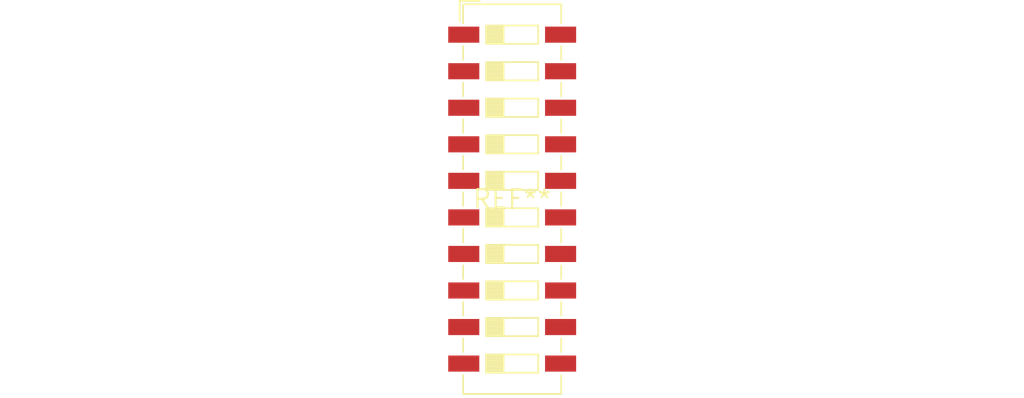
<source format=kicad_pcb>
(kicad_pcb (version 20240108) (generator pcbnew)
  (layers (0 "F.Cu" signal) (31 "B.Cu" signal) (34 "B.Paste" user) (35 "F.Paste" user) (36 "B.SilkS" user "B.Silkscreen") (37 "F.SilkS" user "F.Silkscreen") (38 "B.Mask" user) (39 "F.Mask" user) (44 "Edge.Cuts" user))
  (net 0 "")
  (footprint "SW_DIP_SPSTx10_Slide_6.7x26.96mm_W6.73mm_P2.54mm_LowProfile_JPin" (layer "F.Cu") (at 0 0)
    (property "Reference" "REF**")
    (property "Value" "SW_DIP_SPSTx10_Slide_6.7x26.96mm_W6.73mm_P2.54mm_LowProfile_JPin")
    (fp_line (start -3.65 -13.78) (end -3.65 -12.397) (layer "F.SilkS") (stroke (width 0.12)))
    (fp_line (start -3.65 -13.78) (end -2.267 -13.78) (layer "F.SilkS") (stroke (width 0.12)))
    (fp_line (start -3.41 -13.54) (end -3.41 -12.23) (layer "F.SilkS") (stroke (width 0.12)))
    (fp_line (start -3.41 -13.54) (end 3.41 -13.54) (layer "F.SilkS") (stroke (width 0.12)))
    (fp_line (start -3.41 -10.63) (end -3.41 -9.69) (layer "F.SilkS") (stroke (width 0.12)))
    (fp_line (start -3.41 -8.09) (end -3.41 -7.15) (layer "F.SilkS") (stroke (width 0.12)))
    (fp_line (start -3.41 -5.55) (end -3.41 -4.61) (layer "F.SilkS") (stroke (width 0.12)))
    (fp_line (start -3.41 -3.01) (end -3.41 -2.07) (layer "F.SilkS") (stroke (width 0.12)))
    (fp_line (start -3.41 -0.47) (end -3.41 0.47) (layer "F.SilkS") (stroke (width 0.12)))
    (fp_line (start -3.41 2.07) (end -3.41 3.01) (layer "F.SilkS") (stroke (width 0.12)))
    (fp_line (start -3.41 4.61) (end -3.41 5.55) (layer "F.SilkS") (stroke (width 0.12)))
    (fp_line (start -3.41 7.15) (end -3.41 8.09) (layer "F.SilkS") (stroke (width 0.12)))
    (fp_line (start -3.41 9.69) (end -3.41 10.63) (layer "F.SilkS") (stroke (width 0.12)))
    (fp_line (start -3.41 12.23) (end -3.41 13.541) (layer "F.SilkS") (stroke (width 0.12)))
    (fp_line (start -3.41 13.541) (end 3.41 13.541) (layer "F.SilkS") (stroke (width 0.12)))
    (fp_line (start -1.81 -12.065) (end -1.81 -10.795) (layer "F.SilkS") (stroke (width 0.12)))
    (fp_line (start -1.81 -11.945) (end -0.603333 -11.945) (layer "F.SilkS") (stroke (width 0.12)))
    (fp_line (start -1.81 -11.825) (end -0.603333 -11.825) (layer "F.SilkS") (stroke (width 0.12)))
    (fp_line (start -1.81 -11.705) (end -0.603333 -11.705) (layer "F.SilkS") (stroke (width 0.12)))
    (fp_line (start -1.81 -11.585) (end -0.603333 -11.585) (layer "F.SilkS") (stroke (width 0.12)))
    (fp_line (start -1.81 -11.465) (end -0.603333 -11.465) (layer "F.SilkS") (stroke (width 0.12)))
    (fp_line (start -1.81 -11.345) (end -0.603333 -11.345) (layer "F.SilkS") (stroke (width 0.12)))
    (fp_line (start -1.81 -11.225) (end -0.603333 -11.225) (layer "F.SilkS") (stroke (width 0.12)))
    (fp_line (start -1.81 -11.105) (end -0.603333 -11.105) (layer "F.SilkS") (stroke (width 0.12)))
    (fp_line (start -1.81 -10.985) (end -0.603333 -10.985) (layer "F.SilkS") (stroke (width 0.12)))
    (fp_line (start -1.81 -10.865) (end -0.603333 -10.865) (layer "F.SilkS") (stroke (width 0.12)))
    (fp_line (start -1.81 -10.795) (end 1.81 -10.795) (layer "F.SilkS") (stroke (width 0.12)))
    (fp_line (start -1.81 -9.525) (end -1.81 -8.255) (layer "F.SilkS") (stroke (width 0.12)))
    (fp_line (start -1.81 -9.405) (end -0.603333 -9.405) (layer "F.SilkS") (stroke (width 0.12)))
    (fp_line (start -1.81 -9.285) (end -0.603333 -9.285) (layer "F.SilkS") (stroke (width 0.12)))
    (fp_line (start -1.81 -9.165) (end -0.603333 -9.165) (layer "F.SilkS") (stroke (width 0.12)))
    (fp_line (start -1.81 -9.045) (end -0.603333 -9.045) (layer "F.SilkS") (stroke (width 0.12)))
    (fp_line (start -1.81 -8.925) (end -0.603333 -8.925) (layer "F.SilkS") (stroke (width 0.12)))
    (fp_line (start -1.81 -8.805) (end -0.603333 -8.805) (layer "F.SilkS") (stroke (width 0.12)))
    (fp_line (start -1.81 -8.685) (end -0.603333 -8.685) (layer "F.SilkS") (stroke (width 0.12)))
    (fp_line (start -1.81 -8.565) (end -0.603333 -8.565) (layer "F.SilkS") (stroke (width 0.12)))
    (fp_line (start -1.81 -8.445) (end -0.603333 -8.445) (layer "F.SilkS") (stroke (width 0.12)))
    (fp_line (start -1.81 -8.325) (end -0.603333 -8.325) (layer "F.SilkS") (stroke (width 0.12)))
    (fp_line (start -1.81 -8.255) (end 1.81 -8.255) (layer "F.SilkS") (stroke (width 0.12)))
    (fp_line (start -1.81 -6.985) (end -1.81 -5.715) (layer "F.SilkS") (stroke (width 0.12)))
    (fp_line (start -1.81 -6.865) (end -0.603333 -6.865) (layer "F.SilkS") (stroke (width 0.12)))
    (fp_line (start -1.81 -6.745) (end -0.603333 -6.745) (layer "F.SilkS") (stroke (width 0.12)))
    (fp_line (start -1.81 -6.625) (end -0.603333 -6.625) (layer "F.SilkS") (stroke (width 0.12)))
    (fp_line (start -1.81 -6.505) (end -0.603333 -6.505) (layer "F.SilkS") (stroke (width 0.12)))
    (fp_line (start -1.81 -6.385) (end -0.603333 -6.385) (layer "F.SilkS") (stroke (width 0.12)))
    (fp_line (start -1.81 -6.265) (end -0.603333 -6.265) (layer "F.SilkS") (stroke (width 0.12)))
    (fp_line (start -1.81 -6.145) (end -0.603333 -6.145) (layer "F.SilkS") (stroke (width 0.12)))
    (fp_line (start -1.81 -6.025) (end -0.603333 -6.025) (layer "F.SilkS") (stroke (width 0.12)))
    (fp_line (start -1.81 -5.905) (end -0.603333 -5.905) (layer "F.SilkS") (stroke (width 0.12)))
    (fp_line (start -1.81 -5.785) (end -0.603333 -5.785) (layer "F.SilkS") (stroke (width 0.12)))
    (fp_line (start -1.81 -5.715) (end 1.81 -5.715) (layer "F.SilkS") (stroke (width 0.12)))
    (fp_line (start -1.81 -4.445) (end -1.81 -3.175) (layer "F.SilkS") (stroke (width 0.12)))
    (fp_line (start -1.81 -4.325) (end -0.603333 -4.325) (layer "F.SilkS") (stroke (width 0.12)))
    (fp_line (start -1.81 -4.205) (end -0.603333 -4.205) (layer "F.SilkS") (stroke (width 0.12)))
    (fp_line (start -1.81 -4.085) (end -0.603333 -4.085) (layer "F.SilkS") (stroke (width 0.12)))
    (fp_line (start -1.81 -3.965) (end -0.603333 -3.965) (layer "F.SilkS") (stroke (width 0.12)))
    (fp_line (start -1.81 -3.845) (end -0.603333 -3.845) (layer "F.SilkS") (stroke (width 0.12)))
    (fp_line (start -1.81 -3.725) (end -0.603333 -3.725) (layer "F.SilkS") (stroke (width 0.12)))
    (fp_line (start -1.81 -3.605) (end -0.603333 -3.605) (layer "F.SilkS") (stroke (width 0.12)))
    (fp_line (start -1.81 -3.485) (end -0.603333 -3.485) (layer "F.SilkS") (stroke (width 0.12)))
    (fp_line (start -1.81 -3.365) (end -0.603333 -3.365) (layer "F.SilkS") (stroke (width 0.12)))
    (fp_line (start -1.81 -3.245) (end -0.603333 -3.245) (layer "F.SilkS") (stroke (width 0.12)))
    (fp_line (start -1.81 -3.175) (end 1.81 -3.175) (layer "F.SilkS") (stroke (width 0.12)))
    (fp_line (start -1.81 -1.905) (end -1.81 -0.635) (layer "F.SilkS") (stroke (width 0.12)))
    (fp_line (start -1.81 -1.785) (end -0.603333 -1.785) (layer "F.SilkS") (stroke (width 0.12)))
    (fp_line (start -1.81 -1.665) (end -0.603333 -1.665) (layer "F.SilkS") (stroke (width 0.12)))
    (fp_line (start -1.81 -1.545) (end -0.603333 -1.545) (layer "F.SilkS") (stroke (width 0.12)))
    (fp_line (start -1.81 -1.425) (end -0.603333 -1.425) (layer "F.SilkS") (stroke (width 0.12)))
    (fp_line (start -1.81 -1.305) (end -0.603333 -1.305) (layer "F.SilkS") (stroke (width 0.12)))
    (fp_line (start -1.81 -1.185) (end -0.603333 -1.185) (layer "F.SilkS") (stroke (width 0.12)))
    (fp_line (start -1.81 -1.065) (end -0.603333 -1.065) (layer "F.SilkS") (stroke (width 0.12)))
    (fp_line (start -1.81 -0.945) (end -0.603333 -0.945) (layer "F.SilkS") (stroke (width 0.12)))
    (fp_line (start -1.81 -0.825) (end -0.603333 -0.825) (layer "F.SilkS") (stroke (width 0.12)))
    (fp_line (start -1.81 -0.705) (end -0.603333 -0.705) (layer "F.SilkS") (stroke (width 0.12)))
    (fp_line (start -1.81 -0.635) (end 1.81 -0.635) (layer "F.SilkS") (stroke (width 0.12)))
    (fp_line (start -1.81 0.635) (end -1.81 1.905) (layer "F.SilkS") (stroke (width 0.12)))
    (fp_line (start -1.81 0.755) (end -0.603333 0.755) (layer "F.SilkS") (stroke (width 0.12)))
    (fp_line (start -1.81 0.875) (end -0.603333 0.875) (layer "F.SilkS") (stroke (width 0.12)))
    (fp_line (start -1.81 0.995) (end -0.603333 0.995) (layer "F.SilkS") (stroke (width 0.12)))
    (fp_line (start -1.81 1.115) (end -0.603333 1.115) (layer "F.SilkS") (stroke (width 0.12)))
    (fp_line (start -1.81 1.235) (end -0.603333 1.235) (layer "F.SilkS") (stroke (width 0.12)))
    (fp_line (start -1.81 1.355) (end -0.603333 1.355) (layer "F.SilkS") (stroke (width 0.12)))
    (fp_line (start -1.81 1.475) (end -0.603333 1.475) (layer "F.SilkS") (stroke (width 0.12)))
    (fp_line (start -1.81 1.595) (end -0.603333 1.595) (layer "F.SilkS") (stroke (width 0.12)))
    (fp_line (start -1.81 1.715) (end -0.603333 1.715) (layer "F.SilkS") (stroke (width 0.12)))
    (fp_line (start -1.81 1.835) (end -0.603333 1.835) (layer "F.SilkS") (stroke (width 0.12)))
    (fp_line (start -1.81 1.905) (end 1.81 1.905) (layer "F.SilkS") (stroke (width 0.12)))
    (fp_line (start -1.81 3.175) (end -1.81 4.445) (layer "F.SilkS") (stroke (width 0.12)))
    (fp_line (start -1.81 3.295) (end -0.603333 3.295) (layer "F.SilkS") (stroke (width 0.12)))
    (fp_line (start -1.81 3.415) (end -0.603333 3.415) (layer "F.SilkS") (stroke (width 0.12)))
    (fp_line (start -1.81 3.535) (end -0.603333 3.535) (layer "F.SilkS") (stroke (width 0.12)))
    (fp_line (start -1.81 3.655) (end -0.603333 3.655) (layer "F.SilkS") (stroke (width 0.12)))
    (fp_line (start -1.81 3.775) (end -0.603333 3.775) (layer "F.SilkS") (stroke (width 0.12)))
    (fp_line (start -1.81 3.895) (end -0.603333 3.895) (layer "F.SilkS") (stroke (width 0.12)))
    (fp_line (start -1.81 4.015) (end -0.603333 4.015) (layer "F.SilkS") (stroke (width 0.12)))
    (fp_line (start -1.81 4.135) (end -0.603333 4.135) (layer "F.SilkS") (stroke (width 0.12)))
    (fp_line (start -1.81 4.255) (end -0.603333 4.255) (layer "F.SilkS") (stroke (width 0.12)))
    (fp_line (start -1.81 4.375) (end -0.603333 4.375) (layer "F.SilkS") (stroke (width 0.12)))
    (fp_line (start -1.81 4.445) (end 1.81 4.445) (layer "F.SilkS") (stroke (width 0.12)))
    (fp_line (start -1.81 5.715) (end -1.81 6.985) (layer "F.SilkS") (stroke (width 0.12)))
    (fp_line (start -1.81 5.835) (end -0.603333 5.835) (layer "F.SilkS") (stroke (width 0.12)))
    (fp_line (start -1.81 5.955) (end -0.603333 5.955) (layer "F.SilkS") (stroke (width 0.12)))
    (fp_line (start -1.81 6.075) (end -0.603333 6.075) (layer "F.SilkS") (stroke (width 0.12)))
    (fp_line (start -1.81 6.195) (end -0.603333 6.195) (layer "F.SilkS") (stroke (width 0.12)))
    (fp_line (start -1.81 6.315) (end -0.603333 6.315) (layer "F.SilkS") (stroke (width 0.12)))
    (fp_line (start -1.81 6.435) (end -0.603333 6.435) (layer "F.SilkS") (stroke (width 0.12)))
    (fp_line (start -1.81 6.555) (end -0.603333 6.555) (layer "F.SilkS") (stroke (width 0.12)))
    (fp_line (start -1.81 6.675) (end -0.603333 6.675) (layer "F.SilkS") (stroke (width 0.12)))
    (fp_line (start -1.81 6.795) (end -0.603333 6.795) (layer "F.SilkS") (stroke (width 0.12)))
    (fp_line (start -1.81 6.915) (end -0.603333 6.915) (layer "F.SilkS") (stroke (width 0.12)))
    (fp_line (start -1.81 6.985) (end 1.81 6.985) (layer "F.SilkS") (stroke (width 0.12)))
    (fp_line (start -1.81 8.255) (end -1.81 9.525) (layer "F.SilkS") (stroke (width 0.12)))
    (fp_line (start -1.81 8.375) (end -0.603333 8.375) (layer "F.SilkS") (stroke (width 0.12)))
    (fp_line (start -1.81 8.495) (end -0.603333 8.495) (layer "F.SilkS") (stroke (width 0.12)))
    (fp_line (start -1.81 8.615) (end -0.603333 8.615) (layer "F.SilkS") (stroke (width 0.12)))
    (fp_line (start -1.81 8.735) (end -0.603333 8.735) (layer "F.SilkS") (stroke (width 0.12)))
    (fp_line (start -1.81 8.855) (end -0.603333 8.855) (layer "F.SilkS") (stroke (width 0.12)))
    (fp_line (start -1.81 8.975) (end -0.603333 8.975) (layer "F.SilkS") (stroke (width 0.12)))
    (fp_line (start -1.81 9.095) (end -0.603333 9.095) (layer "F.SilkS") (stroke (width 0.12)))
    (fp_line (start -1.81 9.215) (end -0.603333 9.215) (layer "F.SilkS") (stroke (width 0.12)))
    (fp_line (start -1.81 9.335) (end -0.603333 9.335) (layer "F.SilkS") (stroke (width 0.12)))
    (fp_line (start -1.81 9.455) (end -0.603333 9.455) (layer "F.SilkS") (stroke (width 0.12)))
    (fp_line (start -1.81 9.525) (end 1.81 9.525) (layer "F.SilkS") (stroke (width 0.12)))
    (fp_line (start -1.81 10.795) (end -1.81 12.065) (layer "F.SilkS") (stroke (width 0.12)))
    (fp_line (start -1.81 10.915) (end -0.603333 10.915) (layer "F.SilkS") (stroke (width 0.12)))
    (fp_line (start -1.81 11.035) (end -0.603333 11.035) (layer "F.SilkS") (stroke (width 0.12)))
    (fp_line (start -1.81 11.155) (end -0.603333 11.155) (layer "F.SilkS") (stroke (width 0.12)))
    (fp_line (start -1.81 11.275) (end -0.603333 11.275) (layer "F.SilkS") (stroke (width 0.12)))
    (fp_line (start -1.81 11.395) (end -0.603333 11.395) (layer "F.SilkS") (stroke (width 0.12)))
    (fp_line (start -1.81 11.515) (end -0.603333 11.515) (layer "F.SilkS") (stroke (width 0.12)))
    (fp_line (start -1.81 11.635) (end -0.603333 11.635) (layer "F.SilkS") (stroke (width 0.12)))
    (fp_line (start -1.81 11.755) (end -0.603333 11.755) (layer "F.SilkS") (stroke (width 0.12)))
    (fp_line (start -1.81 11.875) (end -0.603333 11.875) (layer "F.SilkS") (stroke (width 0.12)))
    (fp_line (start -1.81 11.995) (end -0.603333 11.995) (layer "F.SilkS") (stroke (width 0.12)))
    (fp_line (start -1.81 12.065) (end 1.81 12.065) (layer "F.SilkS") (stroke (width 0.12)))
    (fp_line (start -0.603333 -12.065) (end -0.603333 -10.795) (layer "F.SilkS") (stroke (width 0.12)))
    (fp_line (start -0.603333 -9.525) (end -0.603333 -8.255) (layer "F.SilkS") (stroke (width 0.12)))
    (fp_line (start -0.603333 -6.985) (end -0.603333 -5.715) (layer "F.SilkS") (stroke (width 0.12)))
    (fp_line (start -0.603333 -4.445) (end -0.603333 -3.175) (layer "F.SilkS") (stroke (width 0.12)))
    (fp_line (start -0.603333 -1.905) (end -0.603333 -0.635) (layer "F.SilkS") (stroke (width 0.12)))
    (fp_line (start -0.603333 0.635) (end -0.603333 1.905) (layer "F.SilkS") (stroke (width 0.12)))
    (fp_line (start -0.603333 3.175) (end -0.603333 4.445) (layer "F.SilkS") (stroke (width 0.12)))
    (fp_line (start -0.603333 5.715) (end -0.603333 6.985) (layer "F.SilkS") (stroke (width 0.12)))
    (fp_line (start -0.603333 8.255) (end -0.603333 9.525) (layer "F.SilkS") (stroke (width 0.12)))
    (fp_line (start -0.603333 10.795) (end -0.603333 12.065) (layer "F.SilkS") (stroke (width 0.12)))
    (fp_line (start 1.81 -12.065) (end -1.81 -12.065) (layer "F.SilkS") (stroke (width 0.12)))
    (fp_line (start 1.81 -10.795) (end 1.81 -12.065) (layer "F.SilkS") (stroke (width 0.12)))
    (fp_line (start 1.81 -9.525) (end -1.81 -9.525) (layer "F.SilkS") (stroke (width 0.12)))
    (fp_line (start 1.81 -8.255) (end 1.81 -9.525) (layer "F.SilkS") (stroke (width 0.12)))
    (fp_line (start 1.81 -6.985) (end -1.81 -6.985) (layer "F.SilkS") (stroke (width 0.12)))
    (fp_line (start 1.81 -5.715) (end 1.81 -6.985) (layer "F.SilkS") (stroke (width 0.12)))
    (fp_line (start 1.81 -4.445) (end -1.81 -4.445) (layer "F.SilkS") (stroke (width 0.12)))
    (fp_line (start 1.81 -3.175) (end 1.81 -4.445) (layer "F.SilkS") (stroke (width 0.12)))
    (fp_line (start 1.81 -1.905) (end -1.81 -1.905) (layer "F.SilkS") (stroke (width 0.12)))
    (fp_line (start 1.81 -0.635) (end 1.81 -1.905) (layer "F.SilkS") (stroke (width 0.12)))
    (fp_line (start 1.81 0.635) (end -1.81 0.635) (layer "F.SilkS") (stroke (width 0.12)))
    (fp_line (start 1.81 1.905) (end 1.81 0.635) (layer "F.SilkS") (stroke (width 0.12)))
    (fp_line (start 1.81 3.175) (end -1.81 3.175) (layer "F.SilkS") (stroke (width 0.12)))
    (fp_line (start 1.81 4.445) (end 1.81 3.175) (layer "F.SilkS") (stroke (width 0.12)))
    (fp_line (start 1.81 5.715) (end -1.81 5.715) (layer "F.SilkS") (stroke (width 0.12)))
    (fp_line (start 1.81 6.985) (end 1.81 5.715) (layer "F.SilkS") (stroke (width 0.12)))
    (fp_line (start 1.81 8.255) (end -1.81 8.255) (layer "F.SilkS") (stroke (width 0.12)))
    (fp_line (start 1.81 9.525) (end 1.81 8.255) (layer "F.SilkS") (stroke (width 0.12)))
    (fp_line (start 1.81 10.795) (end -1.81 10.795) (layer "F.SilkS") (stroke (width 0.12)))
    (fp_line (start 1.81 12.065) (end 1.81 10.795) (layer "F.SilkS") (stroke (width 0.12)))
    (fp_line (start 3.41 -13.54) (end 3.41 -12.23) (layer "F.SilkS") (stroke (width 0.12)))
    (fp_line (start 3.41 -10.629) (end 3.41 -9.689) (layer "F.SilkS") (stroke (width 0.12)))
    (fp_line (start 3.41 -8.089) (end 3.41 -7.149) (layer "F.SilkS") (stroke (width 0.12)))
    (fp_line (start 3.41 -5.549) (end 3.41 -4.609) (layer "F.SilkS") (stroke (width 0.12)))
    (fp_line (start 3.41 -3.009) (end 3.41 -2.069) (layer "F.SilkS") (stroke (width 0.12)))
    (fp_line (start 3.41 -0.469) (end 3.41 0.471) (layer "F.SilkS") (stroke (width 0.12)))
    (fp_line (start 3.41 2.071) (end 3.41 3.011) (layer "F.SilkS") (stroke (width 0.12)))
    (fp_line (start 3.41 4.611) (end 3.41 5.55) (layer "F.SilkS") (stroke (width 0.12)))
    (fp_line (start 3.41 7.15) (end 3.41 8.09) (layer "F.SilkS") (stroke (width 0.12)))
    (fp_line (start 3.41 9.69) (end 3.41 10.63) (layer "F.SilkS") (stroke (width 0.12)))
    (fp_line (start 3.41 12.23) (end 3.41 13.541) (layer "F.SilkS") (stroke (width 0.12)))
    (pad "1" smd rect (at -3.365 -11.43) (size 2.16 1.12) (layers "F.Cu" "F.Paste" "F.Mask"))
    (pad "2" smd rect (at -3.365 -8.89) (size 2.16 1.12) (layers "F.Cu" "F.Paste" "F.Mask"))
    (pad "3" smd rect (at -3.365 -6.35) (size 2.16 1.12) (layers "F.Cu" "F.Paste" "F.Mask"))
    (pad "4" smd rect (at -3.365 -3.81) (size 2.16 1.12) (layers "F.Cu" "F.Paste" "F.Mask"))
    (pad "5" smd rect (at -3.365 -1.27) (size 2.16 1.12) (layers "F.Cu" "F.Paste" "F.Mask"))
    (pad "6" smd rect (at -3.365 1.27) (size 2.16 1.12) (layers "F.Cu" "F.Paste" "F.Mask"))
    (pad "7" smd rect (at -3.365 3.81) (size 2.16 1.12) (layers "F.Cu" "F.Paste" "F.Mask"))
    (pad "8" smd rect (at -3.365 6.35) (size 2.16 1.12) (layers "F.Cu" "F.Paste" "F.Mask"))
    (pad "9" smd rect (at -3.365 8.89) (size 2.16 1.12) (layers "F.Cu" "F.Paste" "F.Mask"))
    (pad "10" smd rect (at -3.365 11.43) (size 2.16 1.12) (layers "F.Cu" "F.Paste" "F.Mask"))
    (pad "11" smd rect (at 3.365 11.43) (size 2.16 1.12) (layers "F.Cu" "F.Paste" "F.Mask"))
    (pad "12" smd rect (at 3.365 8.89) (size 2.16 1.12) (layers "F.Cu" "F.Paste" "F.Mask"))
    (pad "13" smd rect (at 3.365 6.35) (size 2.16 1.12) (layers "F.Cu" "F.Paste" "F.Mask"))
    (pad "14" smd rect (at 3.365 3.81) (size 2.16 1.12) (layers "F.Cu" "F.Paste" "F.Mask"))
    (pad "15" smd rect (at 3.365 1.27) (size 2.16 1.12) (layers "F.Cu" "F.Paste" "F.Mask"))
    (pad "16" smd rect (at 3.365 -1.27) (size 2.16 1.12) (layers "F.Cu" "F.Paste" "F.Mask"))
    (pad "17" smd rect (at 3.365 -3.81) (size 2.16 1.12) (layers "F.Cu" "F.Paste" "F.Mask"))
    (pad "18" smd rect (at 3.365 -6.35) (size 2.16 1.12) (layers "F.Cu" "F.Paste" "F.Mask"))
    (pad "19" smd rect (at 3.365 -8.89) (size 2.16 1.12) (layers "F.Cu" "F.Paste" "F.Mask"))
    (pad "20" smd rect (at 3.365 -11.43) (size 2.16 1.12) (layers "F.Cu" "F.Paste" "F.Mask"))
  )
)
</source>
